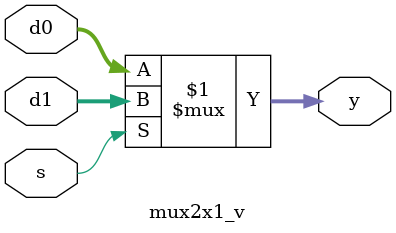
<source format=v>
`timescale 1ns / 1ps
module mux2x1_v(s, d0, d1, y);
parameter WIDTH = 8;

input wire s;
input wire [WIDTH-1:0] d0, d1;
output wire [WIDTH-1:0] y;

assign y = s ? d1 : d0;
	
endmodule

</source>
